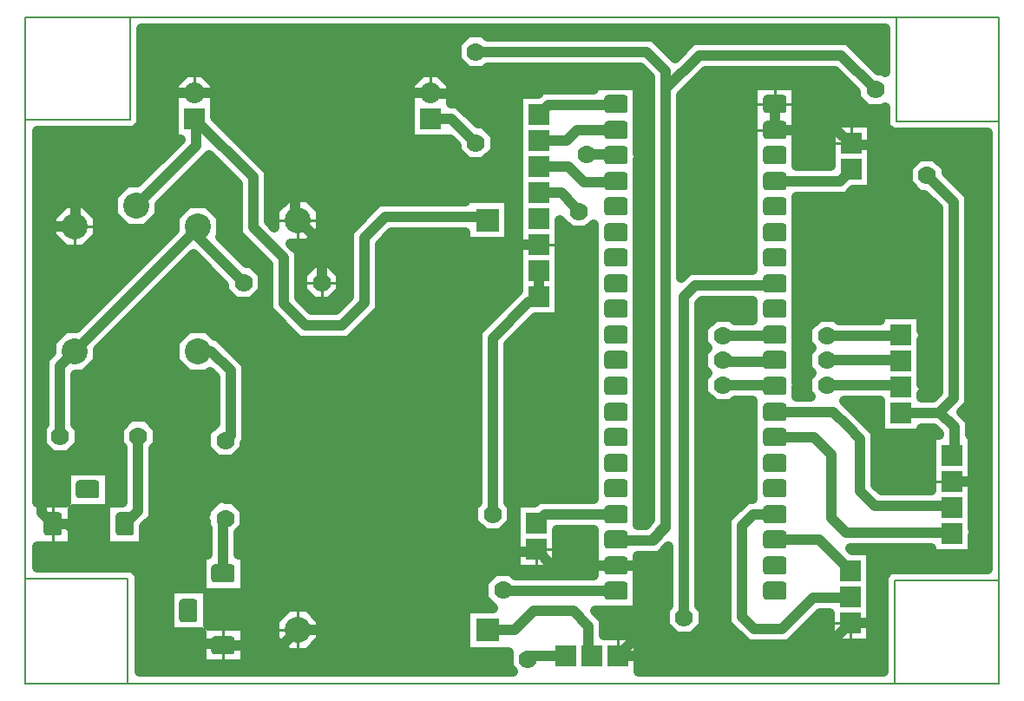
<source format=gbr>
G04 PROTEUS RS274X GERBER FILE*
%FSLAX45Y45*%
%MOMM*%
G01*
%ADD10C,1.016000*%
%ADD11C,1.778000*%
%ADD12C,0.254000*%
%AMPPAD003*
4,1,36,
-0.584200,1.143000,
0.584200,1.143000,
0.646520,1.136940,
0.704160,1.119490,
0.755980,1.091770,
0.800890,1.054890,
0.837760,1.009980,
0.865480,0.958160,
0.882930,0.900520,
0.889000,0.838200,
0.889000,-0.838200,
0.882930,-0.900520,
0.865480,-0.958160,
0.837760,-1.009980,
0.800890,-1.054890,
0.755980,-1.091770,
0.704160,-1.119490,
0.646520,-1.136940,
0.584200,-1.143000,
-0.584200,-1.143000,
-0.646520,-1.136940,
-0.704160,-1.119490,
-0.755980,-1.091770,
-0.800890,-1.054890,
-0.837760,-1.009980,
-0.865480,-0.958160,
-0.882930,-0.900520,
-0.889000,-0.838200,
-0.889000,0.838200,
-0.882930,0.900520,
-0.865480,0.958160,
-0.837760,1.009980,
-0.800890,1.054890,
-0.755980,1.091770,
-0.704160,1.119490,
-0.646520,1.136940,
-0.584200,1.143000,
0*%
%ADD13PPAD003*%
%AMPPAD004*
4,1,36,
1.143000,0.584200,
1.143000,-0.584200,
1.136940,-0.646520,
1.119490,-0.704160,
1.091770,-0.755980,
1.054890,-0.800890,
1.009980,-0.837760,
0.958160,-0.865480,
0.900520,-0.882930,
0.838200,-0.889000,
-0.838200,-0.889000,
-0.900520,-0.882930,
-0.958160,-0.865480,
-1.009980,-0.837760,
-1.054890,-0.800890,
-1.091770,-0.755980,
-1.119490,-0.704160,
-1.136940,-0.646520,
-1.143000,-0.584200,
-1.143000,0.584200,
-1.136940,0.646520,
-1.119490,0.704160,
-1.091770,0.755980,
-1.054890,0.800890,
-1.009980,0.837760,
-0.958160,0.865480,
-0.900520,0.882930,
-0.838200,0.889000,
0.838200,0.889000,
0.900520,0.882930,
0.958160,0.865480,
1.009980,0.837760,
1.054890,0.800890,
1.091770,0.755980,
1.119490,0.704160,
1.136940,0.646520,
1.143000,0.584200,
0*%
%ADD14PPAD004*%
%ADD15C,2.540000*%
%ADD16C,2.032000*%
%ADD17R,2.032000X2.032000*%
%ADD18R,2.286000X2.286000*%
%ADD19C,0.203200*%
%TD.AperFunction*%
G36*
X+8408241Y+6408241D02*
X+8408241Y+5986045D01*
X+8391342Y+6002944D01*
X+8337460Y+6002944D01*
X+8042811Y+6297593D01*
X+6529810Y+6297593D01*
X+6355952Y+6123734D01*
X+6145257Y+6334429D01*
X+4529803Y+6334429D01*
X+4491703Y+6372529D01*
X+4333889Y+6372529D01*
X+4222297Y+6260937D01*
X+4222297Y+6103123D01*
X+4333889Y+5991531D01*
X+4491703Y+5991531D01*
X+4529803Y+6029631D01*
X+6019007Y+6029631D01*
X+6116155Y+5932483D01*
X+6116155Y+1616477D01*
X+6066875Y+1567197D01*
X+5995899Y+1567197D01*
X+5995899Y+5133410D01*
X+6019445Y+5166079D01*
X+5995899Y+5189625D01*
X+5995899Y+5860499D01*
X+5564101Y+5860499D01*
X+5564101Y+5812695D01*
X+5057171Y+5812695D01*
X+5017675Y+5773199D01*
X+4826801Y+5773199D01*
X+4826801Y+3851213D01*
X+4427601Y+3452013D01*
X+4427601Y+1785871D01*
X+4389501Y+1747771D01*
X+4389501Y+1589957D01*
X+4501093Y+1478365D01*
X+4658907Y+1478365D01*
X+4770499Y+1589957D01*
X+4770499Y+1747771D01*
X+4732399Y+1785871D01*
X+4732399Y+3325763D01*
X+4995437Y+3588801D01*
X+5233199Y+3588801D01*
X+5233199Y+4540802D01*
X+5341093Y+4432908D01*
X+5498907Y+4432908D01*
X+5564101Y+4498102D01*
X+5564101Y+1822399D01*
X+5026875Y+1822399D01*
X+4987675Y+1783199D01*
X+4796801Y+1783199D01*
X+4796801Y+1122801D01*
X+5203199Y+1122801D01*
X+5203199Y+1517601D01*
X+5564101Y+1517601D01*
X+5564101Y+1072399D01*
X+4802612Y+1072399D01*
X+4758241Y+1116770D01*
X+4600427Y+1116770D01*
X+4488835Y+1005178D01*
X+4488835Y+847364D01*
X+4580300Y+755899D01*
X+4314101Y+755899D01*
X+4314101Y+324101D01*
X+4730530Y+324101D01*
X+4730530Y+174386D01*
X+4773158Y+131758D01*
X+4770000Y+131758D01*
X+1131759Y+131759D01*
X+1131759Y+1086292D01*
X+1066292Y+1151759D01*
X+973708Y+1151759D01*
X+520000Y+1151758D01*
X+131759Y+1151759D01*
X+131759Y+1354101D01*
X+480499Y+1354101D01*
X+480499Y+1719501D01*
X+799501Y+1719501D01*
X+799501Y+1354101D01*
X+1180499Y+1354101D01*
X+1180499Y+1544975D01*
X+1270464Y+1634940D01*
X+1270464Y+2311058D01*
X+1310499Y+2351093D01*
X+1310499Y+2508907D01*
X+1198907Y+2620499D01*
X+1041093Y+2620499D01*
X+929501Y+2508907D01*
X+929501Y+2351093D01*
X+965666Y+2314928D01*
X+965666Y+1785899D01*
X+845899Y+1785899D01*
X+845899Y+2100499D01*
X+414101Y+2100499D01*
X+414101Y+1785899D01*
X+131759Y+1785899D01*
X+131759Y+5408241D01*
X+1086292Y+5408241D01*
X+1151759Y+5473708D01*
X+1151759Y+5566292D01*
X+1151758Y+6020000D01*
X+1151759Y+6408241D01*
X+4770000Y+6408242D01*
X+8408241Y+6408241D01*
G37*
%LPC*%
G36*
X+1971418Y+1818499D02*
X+2048907Y+1818499D01*
X+2160499Y+1706907D01*
X+2160499Y+1549093D01*
X+2102399Y+1490993D01*
X+2102399Y+1280499D01*
X+2165899Y+1280499D01*
X+2165899Y+899501D01*
X+1800499Y+899501D01*
X+1800499Y+580499D01*
X+2165899Y+580499D01*
X+2165899Y+199501D01*
X+1734101Y+199501D01*
X+1734101Y+514101D01*
X+1419501Y+514101D01*
X+1419501Y+945899D01*
X+1734101Y+945899D01*
X+1734101Y+1280499D01*
X+1797601Y+1280499D01*
X+1797601Y+1530993D01*
X+1779501Y+1549093D01*
X+1779501Y+1597064D01*
X+1742647Y+1633918D01*
X+1779501Y+1677508D01*
X+1779501Y+1706907D01*
X+1891093Y+1818499D01*
X+1898704Y+1818499D01*
X+1923643Y+1847996D01*
X+1971418Y+1818499D01*
G37*
G36*
X+1928599Y+4574689D02*
X+1928599Y+4385311D01*
X+1918406Y+4375118D01*
X+2173025Y+4120499D01*
X+2226907Y+4120499D01*
X+2338499Y+4008907D01*
X+2338499Y+3851093D01*
X+2226907Y+3739501D01*
X+2069093Y+3739501D01*
X+1957501Y+3851093D01*
X+1957501Y+3904975D01*
X+1659000Y+4203476D01*
X+728599Y+3273075D01*
X+728599Y+3165311D01*
X+594689Y+3031401D01*
X+510399Y+3031401D01*
X+510399Y+2547007D01*
X+548499Y+2508907D01*
X+548499Y+2351093D01*
X+436907Y+2239501D01*
X+279093Y+2239501D01*
X+167501Y+2351093D01*
X+167501Y+2508907D01*
X+205601Y+2547007D01*
X+205601Y+3181125D01*
X+271401Y+3246925D01*
X+271401Y+3354689D01*
X+405311Y+3488599D01*
X+513075Y+3488599D01*
X+1471401Y+4446925D01*
X+1471401Y+4574689D01*
X+1605311Y+4708599D01*
X+1794689Y+4708599D01*
X+1928599Y+4574689D01*
G37*
G36*
X+271401Y+4574689D02*
X+271401Y+4385311D01*
X+405311Y+4251401D01*
X+594689Y+4251401D01*
X+728599Y+4385311D01*
X+728599Y+4574689D01*
X+594689Y+4708599D01*
X+405311Y+4708599D01*
X+271401Y+4574689D01*
G37*
G36*
X+1873199Y+5864168D02*
X+1873199Y+5542325D01*
X+2393066Y+5022458D01*
X+2393066Y+4528514D01*
X+2451401Y+4470179D01*
X+2451401Y+4634689D01*
X+2585311Y+4768599D01*
X+2774689Y+4768599D01*
X+2908599Y+4634689D01*
X+2908599Y+4445311D01*
X+2774689Y+4311401D01*
X+2610179Y+4311401D01*
X+2689399Y+4232181D01*
X+2689399Y+3787681D01*
X+2811792Y+3665288D01*
X+3045375Y+3665288D01*
X+3174824Y+3794737D01*
X+3174824Y+4430348D01*
X+3466875Y+4722399D01*
X+4314101Y+4722399D01*
X+4314101Y+4755899D01*
X+4745899Y+4755899D01*
X+4745899Y+4324101D01*
X+4314101Y+4324101D01*
X+4314101Y+4417601D01*
X+3593125Y+4417601D01*
X+3479622Y+4304098D01*
X+3479622Y+3668487D01*
X+3171625Y+3360490D01*
X+2685542Y+3360490D01*
X+2384601Y+3661431D01*
X+2384601Y+4105931D01*
X+2088268Y+4402264D01*
X+2088268Y+4896208D01*
X+1810000Y+5174476D01*
X+1328599Y+4693075D01*
X+1328599Y+4585311D01*
X+1194689Y+4451401D01*
X+1005311Y+4451401D01*
X+871401Y+4585311D01*
X+871401Y+4774689D01*
X+1005311Y+4908599D01*
X+1113075Y+4908599D01*
X+1531141Y+5326665D01*
X+1531141Y+5326801D01*
X+1466801Y+5326801D01*
X+1466801Y+5864168D01*
X+1585832Y+5983199D01*
X+1754168Y+5983199D01*
X+1873199Y+5864168D01*
G37*
G36*
X+1870889Y+3412399D02*
X+1893125Y+3412399D01*
X+2172399Y+3133125D01*
X+2172399Y+2376875D01*
X+2160499Y+2364975D01*
X+2160499Y+2311093D01*
X+2048907Y+2199501D01*
X+1891093Y+2199501D01*
X+1779501Y+2311093D01*
X+1779501Y+2468907D01*
X+1867601Y+2557007D01*
X+1867601Y+3006875D01*
X+1818882Y+3055594D01*
X+1794689Y+3031401D01*
X+1605311Y+3031401D01*
X+1471401Y+3165311D01*
X+1471401Y+3354689D01*
X+1605311Y+3488599D01*
X+1794689Y+3488599D01*
X+1870889Y+3412399D01*
G37*
G36*
X+4173199Y+5864168D02*
X+4173199Y+5682399D01*
X+4237492Y+5682399D01*
X+4437821Y+5482070D01*
X+4491703Y+5482070D01*
X+4603295Y+5370478D01*
X+4603295Y+5212664D01*
X+4491703Y+5101072D01*
X+4333889Y+5101072D01*
X+4222297Y+5212664D01*
X+4222297Y+5266546D01*
X+4162042Y+5326801D01*
X+3766801Y+5326801D01*
X+3766801Y+5864168D01*
X+3885832Y+5983199D01*
X+4054168Y+5983199D01*
X+4173199Y+5864168D01*
G37*
G36*
X+2451401Y+634689D02*
X+2451401Y+445311D01*
X+2585311Y+311401D01*
X+2774689Y+311401D01*
X+2908599Y+445311D01*
X+2908599Y+634689D01*
X+2774689Y+768599D01*
X+2585311Y+768599D01*
X+2451401Y+634689D01*
G37*
G36*
X+2988907Y+4120499D02*
X+2831093Y+4120499D01*
X+2719501Y+4008907D01*
X+2719501Y+3851093D01*
X+2831093Y+3739501D01*
X+2988907Y+3739501D01*
X+3100499Y+3851093D01*
X+3100499Y+4008907D01*
X+2988907Y+4120499D01*
G37*
%LPD*%
G36*
X+8121936Y+5787420D02*
X+8121936Y+5733538D01*
X+8233528Y+5621946D01*
X+8391342Y+5621946D01*
X+8408241Y+5638845D01*
X+8408241Y+5453708D01*
X+8473708Y+5388241D01*
X+8566292Y+5388241D01*
X+9020000Y+5388242D01*
X+9408241Y+5388241D01*
X+9408241Y+1131759D01*
X+8453708Y+1131759D01*
X+8388241Y+1066292D01*
X+8388241Y+973708D01*
X+8388242Y+520000D01*
X+8388241Y+131759D01*
X+6003199Y+131759D01*
X+6003199Y+493199D01*
X+5665176Y+493199D01*
X+5665176Y+641625D01*
X+5577300Y+729501D01*
X+5995899Y+729501D01*
X+5995899Y+1262399D01*
X+6206882Y+1262399D01*
X+6294720Y+1350237D01*
X+6294720Y+777954D01*
X+6256620Y+739854D01*
X+6256620Y+582040D01*
X+6368212Y+470448D01*
X+6526026Y+470448D01*
X+6637618Y+582040D01*
X+6637618Y+739854D01*
X+6599518Y+777954D01*
X+6599518Y+3728397D01*
X+6619997Y+3748876D01*
X+7114101Y+3748876D01*
X+7114101Y+3562399D01*
X+6941007Y+3562399D01*
X+6902907Y+3600499D01*
X+6745093Y+3600499D01*
X+6633501Y+3488907D01*
X+6633501Y+3331093D01*
X+6674594Y+3290000D01*
X+6633501Y+3248907D01*
X+6633501Y+3091093D01*
X+6674594Y+3050000D01*
X+6633501Y+3008907D01*
X+6633501Y+2851093D01*
X+6745093Y+2739501D01*
X+6902907Y+2739501D01*
X+6941007Y+2777601D01*
X+7114101Y+2777601D01*
X+7114101Y+1822399D01*
X+7059062Y+1822399D01*
X+6860639Y+1623976D01*
X+6860639Y+603837D01*
X+7066875Y+397601D01*
X+7467013Y+397601D01*
X+7772310Y+702898D01*
X+7866801Y+702898D01*
X+7866801Y+406801D01*
X+8273199Y+406801D01*
X+8273199Y+1321199D01*
X+8082325Y+1321199D01*
X+8068516Y+1335008D01*
X+8856801Y+1335008D01*
X+8856801Y+1276801D01*
X+9263199Y+1276801D01*
X+9263199Y+1465746D01*
X+9283584Y+1511603D01*
X+9263199Y+1531988D01*
X+9263199Y+2445199D01*
X+9235068Y+2445199D01*
X+9235068Y+2582862D01*
X+9153940Y+2663990D01*
X+9228645Y+2738694D01*
X+9228645Y+4779253D01*
X+9006041Y+5001857D01*
X+9006041Y+5055739D01*
X+8894449Y+5167331D01*
X+8736635Y+5167331D01*
X+8625043Y+5055739D01*
X+8625043Y+4897925D01*
X+8736635Y+4786333D01*
X+8790517Y+4786333D01*
X+8923847Y+4653003D01*
X+8923847Y+2864944D01*
X+8869302Y+2810399D01*
X+8763199Y+2810399D01*
X+8763199Y+2841820D01*
X+8806331Y+2893436D01*
X+8763199Y+2936568D01*
X+8763199Y+3146161D01*
X+8779665Y+3162627D01*
X+8763199Y+3184168D01*
X+8763199Y+3373106D01*
X+8797394Y+3431538D01*
X+8763199Y+3465733D01*
X+8763199Y+3623199D01*
X+8356801Y+3623199D01*
X+8356801Y+3562399D01*
X+7957007Y+3562399D01*
X+7918907Y+3600499D01*
X+7761093Y+3600499D01*
X+7649501Y+3488907D01*
X+7649501Y+3331093D01*
X+7690594Y+3290000D01*
X+7649501Y+3248907D01*
X+7649501Y+3091093D01*
X+7690594Y+3050000D01*
X+7649501Y+3008907D01*
X+7649501Y+2851093D01*
X+7678195Y+2822399D01*
X+7545899Y+2822399D01*
X+7545899Y+2910375D01*
X+7565379Y+2929855D01*
X+7545899Y+2953618D01*
X+7545899Y+4767601D01*
X+8031555Y+4767601D01*
X+8096923Y+4832969D01*
X+8100531Y+4836801D01*
X+8283199Y+4836801D01*
X+8283199Y+5497199D01*
X+7876801Y+5497199D01*
X+7876801Y+5072399D01*
X+7545899Y+5072399D01*
X+7545899Y+5860499D01*
X+7114101Y+5860499D01*
X+7114101Y+4053674D01*
X+6493747Y+4053674D01*
X+6420953Y+3980880D01*
X+6420953Y+5757688D01*
X+6656060Y+5992795D01*
X+7916561Y+5992795D01*
X+8121936Y+5787420D01*
G37*
G36*
X+8356801Y+2708801D02*
X+8356801Y+2454801D01*
X+8763199Y+2454801D01*
X+8763199Y+2505601D01*
X+8881281Y+2505601D01*
X+8930270Y+2456612D01*
X+8930270Y+2445199D01*
X+8856801Y+2445199D01*
X+8856801Y+1902399D01*
X+8372374Y+1902399D01*
X+8318415Y+1956358D01*
X+8318415Y+2467222D01*
X+8008036Y+2777601D01*
X+8356801Y+2777601D01*
X+8356801Y+2708801D01*
G37*
D10*
X+990000Y+1570000D02*
X+1118065Y+1698065D01*
X+1118065Y+2341100D01*
X+1120000Y+2430000D01*
X+358000Y+2430000D02*
X+358000Y+3118000D01*
X+500000Y+3260000D01*
X+1100000Y+4680000D02*
X+1683540Y+5263540D01*
X+1683540Y+5428400D01*
X+1670000Y+5530000D01*
X+1670000Y+5780000D02*
X+1370000Y+5780000D01*
X+1320000Y+5730000D01*
X+1320000Y+5398795D01*
X+1062445Y+5141240D01*
X+645292Y+5141240D01*
X+510876Y+5006824D01*
X+510876Y+4450620D01*
X+506241Y+4445985D01*
X+500000Y+4480000D01*
X+1700000Y+3260000D02*
X+1830000Y+3260000D01*
X+2020000Y+3070000D01*
X+2020000Y+2440000D01*
X+1970000Y+2390000D01*
X+1950000Y+1090000D02*
X+1950000Y+1642089D01*
X+1949524Y+1642565D01*
X+1970000Y+1628000D01*
X+290000Y+1570000D02*
X+174047Y+1685953D01*
X+174047Y+4395032D01*
X+242360Y+4463345D01*
X+259015Y+4480000D01*
X+500000Y+4480000D01*
X+290000Y+1570000D02*
X+435173Y+1570000D01*
X+739192Y+1265981D01*
X+1115833Y+1265981D01*
X+1252794Y+1129020D01*
X+1252794Y+534485D01*
X+1383529Y+403750D01*
X+1936250Y+403750D01*
X+1950000Y+390000D01*
X+1700000Y+4480000D02*
X+1700000Y+4460000D01*
X+1700000Y+4378000D01*
X+2148000Y+3930000D01*
X+1700000Y+4460000D02*
X+500000Y+3260000D01*
X+2910000Y+3930000D02*
X+2910000Y+4318815D01*
X+2807000Y+4421815D01*
X+2680000Y+4540000D01*
X+1950000Y+390000D02*
X+2530000Y+390000D01*
X+2553000Y+413000D01*
X+2680000Y+540000D01*
X+1670000Y+5530000D02*
X+2240667Y+4959333D01*
X+2240667Y+4465389D01*
X+2537000Y+4169056D01*
X+2537000Y+3922112D01*
X+2537000Y+3724556D01*
X+2748667Y+3512889D01*
X+3108500Y+3512889D01*
X+3327223Y+3731612D01*
X+3327223Y+4367223D01*
X+3530000Y+4570000D01*
X+4500000Y+4570000D01*
X+4530000Y+4540000D01*
X+3970000Y+5780000D02*
X+1960779Y+5780000D01*
X+1670000Y+5780000D01*
X+1960779Y+5780000D02*
X+2652945Y+5087834D01*
X+2652945Y+4567055D01*
X+2680000Y+4540000D01*
X+4530000Y+540000D02*
X+4789888Y+540000D01*
X+4976555Y+726667D01*
X+5364610Y+726667D01*
X+5512777Y+578500D01*
X+5512777Y+323223D01*
X+5546000Y+290000D01*
X+5000000Y+1326000D02*
X+5156000Y+1170000D01*
X+5780000Y+1170000D01*
X+5000000Y+1580000D02*
X+5090000Y+1670000D01*
X+5780000Y+1670000D01*
X+5030000Y+5570000D02*
X+5120296Y+5660296D01*
X+5665700Y+5660296D01*
X+5780000Y+5670000D01*
X+5030000Y+5316000D02*
X+5301074Y+5316000D01*
X+5405481Y+5420407D01*
X+5767666Y+5420407D01*
X+5795888Y+5392185D01*
X+5780000Y+5420000D01*
X+5030000Y+5062000D02*
X+5317036Y+5062000D01*
X+5405481Y+4973555D01*
X+5466629Y+4912407D01*
X+5665700Y+4912407D01*
X+5780000Y+4920000D01*
X+8070000Y+1118000D02*
X+7768000Y+1420000D01*
X+7330000Y+1420000D01*
X+5800000Y+290000D02*
X+6156963Y+646963D01*
X+6156963Y+1034037D01*
X+6021000Y+1170000D01*
X+5894300Y+1170000D01*
X+5780000Y+1170000D01*
X+8070000Y+610000D02*
X+7750000Y+290000D01*
X+5800000Y+290000D01*
X+7330000Y+1670000D02*
X+7122187Y+1670000D01*
X+7013038Y+1560851D01*
X+7013038Y+666962D01*
X+7130000Y+550000D01*
X+7403888Y+550000D01*
X+7671555Y+817667D01*
X+7709185Y+855297D01*
X+7968400Y+855297D01*
X+8070000Y+864000D01*
X+5030000Y+3792000D02*
X+5030000Y+4046000D01*
X+5780000Y+920000D02*
X+4685605Y+920000D01*
X+4679334Y+926271D01*
X+4580000Y+1668864D02*
X+4580000Y+3388888D01*
X+4928400Y+3737288D01*
X+5030000Y+3792000D01*
X+7330000Y+5420000D02*
X+7330000Y+5670000D01*
X+7330000Y+5420000D02*
X+7930000Y+5420000D01*
X+7978400Y+5371600D01*
X+8080000Y+5294000D01*
X+7330000Y+4920000D02*
X+7968430Y+4920000D01*
X+7986830Y+4938400D01*
X+8080000Y+5040000D01*
X+5030000Y+4300000D02*
X+4829309Y+4300000D01*
X+4810000Y+4300000D01*
X+4250000Y+3740000D01*
X+4250000Y+1417944D01*
X+4362722Y+1305222D01*
X+4979222Y+1305222D01*
X+5000000Y+1326000D01*
X+4829309Y+4300000D02*
X+4766593Y+4362716D01*
X+4766593Y+5620172D01*
X+4609803Y+5776962D01*
X+4603532Y+5770691D01*
X+4071600Y+5770691D01*
X+3970000Y+5780000D01*
X+2680000Y+540000D02*
X+3740000Y+540000D01*
X+4214555Y+1014555D01*
X+4214555Y+1157055D01*
X+4362722Y+1305222D01*
X+8070000Y+610000D02*
X+8251955Y+610000D01*
X+8342632Y+700677D01*
X+8342632Y+1130377D01*
X+8433346Y+1221091D01*
X+9278421Y+1221091D01*
X+9354812Y+1297482D01*
X+9354812Y+2113910D01*
X+9354812Y+5145000D01*
X+9230000Y+5269812D01*
X+8181600Y+5269812D01*
X+8104188Y+5269812D01*
X+8080000Y+5294000D01*
X+9060000Y+1988000D02*
X+9228902Y+1988000D01*
X+9354812Y+2113910D01*
X+9354812Y+5145000D02*
X+9354812Y+5169548D01*
X+9254548Y+5269812D01*
X+9230000Y+5269812D01*
X+8181600Y+5269812D02*
X+8080000Y+5294000D01*
X+7330000Y+2420000D02*
X+7715639Y+2420000D01*
X+7884324Y+2251315D01*
X+7884324Y+1630640D01*
X+8027557Y+1487407D01*
X+9092256Y+1487407D01*
X+9101805Y+1477858D01*
X+9060000Y+1480000D01*
X+7330000Y+2670000D02*
X+7900113Y+2670000D01*
X+8041880Y+2528233D01*
X+8166016Y+2404097D01*
X+8166016Y+1893233D01*
X+8309249Y+1750000D01*
X+8958400Y+1750000D01*
X+9060000Y+1734000D01*
X+7840000Y+2930000D02*
X+8554243Y+2930000D01*
X+8600025Y+2884218D01*
X+8560000Y+2912000D01*
X+7840000Y+3170000D02*
X+8571514Y+3170000D01*
X+8577575Y+3176061D01*
X+8560000Y+3166000D01*
X+7840000Y+3410000D02*
X+8603408Y+3410000D01*
X+8606439Y+3406969D01*
X+8560000Y+3420000D01*
X+6824000Y+3410000D02*
X+7333056Y+3410000D01*
X+7349268Y+3426212D01*
X+7330000Y+3420000D01*
X+6824000Y+3170000D02*
X+6837181Y+3156819D01*
X+7215700Y+3156819D01*
X+7330000Y+3170000D01*
X+6824000Y+2930000D02*
X+7350000Y+2930000D01*
X+7360000Y+2940000D01*
X+7330000Y+2920000D01*
X+3970000Y+5530000D02*
X+4174367Y+5530000D01*
X+4412796Y+5291571D01*
X+8560000Y+2658000D02*
X+8932427Y+2658000D01*
X+9076246Y+2801819D01*
X+9076246Y+4716128D01*
X+8815542Y+4976832D01*
X+8312435Y+5812445D02*
X+7979686Y+6145194D01*
X+6592935Y+6145194D01*
X+6268554Y+5820813D01*
X+6268554Y+1553352D01*
X+6130000Y+1414798D01*
X+5785202Y+1414798D01*
X+5784798Y+1414798D01*
X+5770000Y+1400000D01*
X+5780000Y+1420000D01*
X+8932427Y+2658000D02*
X+8944406Y+2658000D01*
X+9082669Y+2519737D01*
X+9082669Y+2343600D01*
X+9060000Y+2242000D01*
X+4412796Y+6182030D02*
X+6082132Y+6182030D01*
X+6268554Y+5995608D01*
X+6268554Y+5820813D01*
X+6268554Y+1553352D02*
X+6268554Y+1539595D01*
X+6143757Y+1414798D01*
X+6130000Y+1414798D01*
X+5785202Y+1414798D02*
X+5780000Y+1420000D01*
X+5292000Y+290000D02*
X+4957736Y+290000D01*
X+4921029Y+253293D01*
X+6447119Y+660947D02*
X+6447119Y+3791522D01*
X+6556872Y+3901275D01*
X+7361728Y+3901275D01*
X+7372181Y+3911728D01*
X+7330000Y+3920000D01*
X+5030000Y+4808000D02*
X+5245874Y+4808000D01*
X+5378132Y+4675742D01*
X+5420000Y+4633874D01*
X+5420000Y+4623407D01*
X+5496758Y+5181648D02*
X+5788352Y+5181648D01*
X+5820000Y+5150000D01*
X+5780000Y+5170000D01*
D11*
X+4679334Y+926271D03*
X+4580000Y+1668864D03*
X+4412796Y+5291571D03*
X+4412796Y+6182030D03*
X+8815542Y+4976832D03*
X+8312435Y+5812445D03*
X+4921029Y+253293D03*
X+6447119Y+660947D03*
X+5420000Y+4623407D03*
X+5496758Y+5181648D03*
D10*
X+8408241Y+6408241D02*
X+8408241Y+5986045D01*
X+8391342Y+6002944D01*
X+8337460Y+6002944D01*
X+8042811Y+6297593D01*
X+6529810Y+6297593D01*
X+6355952Y+6123734D01*
X+6145257Y+6334429D01*
X+4529803Y+6334429D01*
X+4491703Y+6372529D01*
X+4333889Y+6372529D01*
X+4222297Y+6260937D01*
X+4222297Y+6103123D01*
X+4333889Y+5991531D01*
X+4491703Y+5991531D01*
X+4529803Y+6029631D01*
X+6019007Y+6029631D01*
X+6116155Y+5932483D01*
X+6116155Y+1616477D01*
X+6066875Y+1567197D01*
X+5995899Y+1567197D01*
X+5995899Y+5133410D01*
X+6019445Y+5166079D01*
X+5995899Y+5189625D01*
X+5995899Y+5860499D01*
X+5564101Y+5860499D01*
X+5564101Y+5812695D01*
X+5057171Y+5812695D01*
X+5017675Y+5773199D01*
X+4826801Y+5773199D01*
X+4826801Y+3851213D01*
X+4427601Y+3452013D01*
X+4427601Y+1785871D01*
X+4389501Y+1747771D01*
X+4389501Y+1589957D01*
X+4501093Y+1478365D01*
X+4658907Y+1478365D01*
X+4770499Y+1589957D01*
X+4770499Y+1747771D01*
X+4732399Y+1785871D01*
X+4732399Y+3325763D01*
X+4995437Y+3588801D01*
X+5233199Y+3588801D01*
X+5233199Y+4540802D01*
X+5341093Y+4432908D01*
X+5498907Y+4432908D01*
X+5564101Y+4498102D01*
X+5564101Y+1822399D01*
X+5026875Y+1822399D01*
X+4987675Y+1783199D01*
X+4796801Y+1783199D01*
X+4796801Y+1122801D01*
X+5203199Y+1122801D01*
X+5203199Y+1517601D01*
X+5564101Y+1517601D01*
X+5564101Y+1072399D01*
X+4802612Y+1072399D01*
X+4758241Y+1116770D01*
X+4600427Y+1116770D01*
X+4488835Y+1005178D01*
X+4488835Y+847364D01*
X+4580300Y+755899D01*
X+4314101Y+755899D01*
X+4314101Y+324101D01*
X+4730530Y+324101D01*
X+4730530Y+174386D01*
X+4773158Y+131758D01*
X+4770000Y+131758D01*
X+1131759Y+131759D01*
X+1131759Y+1086292D01*
X+1066292Y+1151759D01*
X+973708Y+1151759D01*
X+520000Y+1151758D01*
X+131759Y+1151759D01*
X+131759Y+1354101D01*
X+480499Y+1354101D01*
X+480499Y+1719501D01*
X+799501Y+1719501D01*
X+799501Y+1354101D01*
X+1180499Y+1354101D01*
X+1180499Y+1544975D01*
X+1270464Y+1634940D01*
X+1270464Y+2311058D01*
X+1310499Y+2351093D01*
X+1310499Y+2508907D01*
X+1198907Y+2620499D01*
X+1041093Y+2620499D01*
X+929501Y+2508907D01*
X+929501Y+2351093D01*
X+965666Y+2314928D01*
X+965666Y+1785899D01*
X+845899Y+1785899D01*
X+845899Y+2100499D01*
X+414101Y+2100499D01*
X+414101Y+1785899D01*
X+131759Y+1785899D01*
X+131759Y+5408241D01*
X+1086292Y+5408241D01*
X+1151759Y+5473708D01*
X+1151759Y+5566292D01*
X+1151758Y+6020000D01*
X+1151759Y+6408241D01*
X+4770000Y+6408242D01*
X+8408241Y+6408241D01*
X+1971418Y+1818499D02*
X+2048907Y+1818499D01*
X+2160499Y+1706907D01*
X+2160499Y+1549093D01*
X+2102399Y+1490993D01*
X+2102399Y+1280499D01*
X+2165899Y+1280499D01*
X+2165899Y+899501D01*
X+1800499Y+899501D01*
X+1800499Y+580499D01*
X+2165899Y+580499D01*
X+2165899Y+199501D01*
X+1734101Y+199501D01*
X+1734101Y+514101D01*
X+1419501Y+514101D01*
X+1419501Y+945899D01*
X+1734101Y+945899D01*
X+1734101Y+1280499D01*
X+1797601Y+1280499D01*
X+1797601Y+1530993D01*
X+1779501Y+1549093D01*
X+1779501Y+1597064D01*
X+1742647Y+1633918D01*
X+1779501Y+1677508D01*
X+1779501Y+1706907D01*
X+1891093Y+1818499D01*
X+1898704Y+1818499D01*
X+1923643Y+1847996D01*
X+1971418Y+1818499D01*
X+1928599Y+4574689D02*
X+1928599Y+4385311D01*
X+1918406Y+4375118D01*
X+2173025Y+4120499D01*
X+2226907Y+4120499D01*
X+2338499Y+4008907D01*
X+2338499Y+3851093D01*
X+2226907Y+3739501D01*
X+2069093Y+3739501D01*
X+1957501Y+3851093D01*
X+1957501Y+3904975D01*
X+1659000Y+4203476D01*
X+728599Y+3273075D01*
X+728599Y+3165311D01*
X+594689Y+3031401D01*
X+510399Y+3031401D01*
X+510399Y+2547007D01*
X+548499Y+2508907D01*
X+548499Y+2351093D01*
X+436907Y+2239501D01*
X+279093Y+2239501D01*
X+167501Y+2351093D01*
X+167501Y+2508907D01*
X+205601Y+2547007D01*
X+205601Y+3181125D01*
X+271401Y+3246925D01*
X+271401Y+3354689D01*
X+405311Y+3488599D01*
X+513075Y+3488599D01*
X+1471401Y+4446925D01*
X+1471401Y+4574689D01*
X+1605311Y+4708599D01*
X+1794689Y+4708599D01*
X+1928599Y+4574689D01*
X+271401Y+4574689D02*
X+271401Y+4385311D01*
X+405311Y+4251401D01*
X+594689Y+4251401D01*
X+728599Y+4385311D01*
X+728599Y+4574689D01*
X+594689Y+4708599D01*
X+405311Y+4708599D01*
X+271401Y+4574689D01*
X+1873199Y+5864168D02*
X+1873199Y+5542325D01*
X+2393066Y+5022458D01*
X+2393066Y+4528514D01*
X+2451401Y+4470179D01*
X+2451401Y+4634689D01*
X+2585311Y+4768599D01*
X+2774689Y+4768599D01*
X+2908599Y+4634689D01*
X+2908599Y+4445311D01*
X+2774689Y+4311401D01*
X+2610179Y+4311401D01*
X+2689399Y+4232181D01*
X+2689399Y+3787681D01*
X+2811792Y+3665288D01*
X+3045375Y+3665288D01*
X+3174824Y+3794737D01*
X+3174824Y+4430348D01*
X+3466875Y+4722399D01*
X+4314101Y+4722399D01*
X+4314101Y+4755899D01*
X+4745899Y+4755899D01*
X+4745899Y+4324101D01*
X+4314101Y+4324101D01*
X+4314101Y+4417601D01*
X+3593125Y+4417601D01*
X+3479622Y+4304098D01*
X+3479622Y+3668487D01*
X+3171625Y+3360490D01*
X+2685542Y+3360490D01*
X+2384601Y+3661431D01*
X+2384601Y+4105931D01*
X+2088268Y+4402264D01*
X+2088268Y+4896208D01*
X+1810000Y+5174476D01*
X+1328599Y+4693075D01*
X+1328599Y+4585311D01*
X+1194689Y+4451401D01*
X+1005311Y+4451401D01*
X+871401Y+4585311D01*
X+871401Y+4774689D01*
X+1005311Y+4908599D01*
X+1113075Y+4908599D01*
X+1531141Y+5326665D01*
X+1531141Y+5326801D01*
X+1466801Y+5326801D01*
X+1466801Y+5864168D01*
X+1585832Y+5983199D01*
X+1754168Y+5983199D01*
X+1873199Y+5864168D01*
X+1870889Y+3412399D02*
X+1893125Y+3412399D01*
X+2172399Y+3133125D01*
X+2172399Y+2376875D01*
X+2160499Y+2364975D01*
X+2160499Y+2311093D01*
X+2048907Y+2199501D01*
X+1891093Y+2199501D01*
X+1779501Y+2311093D01*
X+1779501Y+2468907D01*
X+1867601Y+2557007D01*
X+1867601Y+3006875D01*
X+1818882Y+3055594D01*
X+1794689Y+3031401D01*
X+1605311Y+3031401D01*
X+1471401Y+3165311D01*
X+1471401Y+3354689D01*
X+1605311Y+3488599D01*
X+1794689Y+3488599D01*
X+1870889Y+3412399D01*
X+4173199Y+5864168D02*
X+4173199Y+5682399D01*
X+4237492Y+5682399D01*
X+4437821Y+5482070D01*
X+4491703Y+5482070D01*
X+4603295Y+5370478D01*
X+4603295Y+5212664D01*
X+4491703Y+5101072D01*
X+4333889Y+5101072D01*
X+4222297Y+5212664D01*
X+4222297Y+5266546D01*
X+4162042Y+5326801D01*
X+3766801Y+5326801D01*
X+3766801Y+5864168D01*
X+3885832Y+5983199D01*
X+4054168Y+5983199D01*
X+4173199Y+5864168D01*
X+2451401Y+634689D02*
X+2451401Y+445311D01*
X+2585311Y+311401D01*
X+2774689Y+311401D01*
X+2908599Y+445311D01*
X+2908599Y+634689D01*
X+2774689Y+768599D01*
X+2585311Y+768599D01*
X+2451401Y+634689D01*
X+2988907Y+4120499D02*
X+2831093Y+4120499D01*
X+2719501Y+4008907D01*
X+2719501Y+3851093D01*
X+2831093Y+3739501D01*
X+2988907Y+3739501D01*
X+3100499Y+3851093D01*
X+3100499Y+4008907D01*
X+2988907Y+4120499D01*
X+8121936Y+5787420D02*
X+8121936Y+5733538D01*
X+8233528Y+5621946D01*
X+8391342Y+5621946D01*
X+8408241Y+5638845D01*
X+8408241Y+5453708D01*
X+8473708Y+5388241D01*
X+8566292Y+5388241D01*
X+9020000Y+5388242D01*
X+9408241Y+5388241D01*
X+9408241Y+1131759D01*
X+8453708Y+1131759D01*
X+8388241Y+1066292D01*
X+8388241Y+973708D01*
X+8388242Y+520000D01*
X+8388241Y+131759D01*
X+6003199Y+131759D01*
X+6003199Y+493199D01*
X+5665176Y+493199D01*
X+5665176Y+641625D01*
X+5577300Y+729501D01*
X+5995899Y+729501D01*
X+5995899Y+1262399D01*
X+6206882Y+1262399D01*
X+6294720Y+1350237D01*
X+6294720Y+777954D01*
X+6256620Y+739854D01*
X+6256620Y+582040D01*
X+6368212Y+470448D01*
X+6526026Y+470448D01*
X+6637618Y+582040D01*
X+6637618Y+739854D01*
X+6599518Y+777954D01*
X+6599518Y+3728397D01*
X+6619997Y+3748876D01*
X+7114101Y+3748876D01*
X+7114101Y+3562399D01*
X+6941007Y+3562399D01*
X+6902907Y+3600499D01*
X+6745093Y+3600499D01*
X+6633501Y+3488907D01*
X+6633501Y+3331093D01*
X+6674594Y+3290000D01*
X+6633501Y+3248907D01*
X+6633501Y+3091093D01*
X+6674594Y+3050000D01*
X+6633501Y+3008907D01*
X+6633501Y+2851093D01*
X+6745093Y+2739501D01*
X+6902907Y+2739501D01*
X+6941007Y+2777601D01*
X+7114101Y+2777601D01*
X+7114101Y+1822399D01*
X+7059062Y+1822399D01*
X+6860639Y+1623976D01*
X+6860639Y+603837D01*
X+7066875Y+397601D01*
X+7467013Y+397601D01*
X+7772310Y+702898D01*
X+7866801Y+702898D01*
X+7866801Y+406801D01*
X+8273199Y+406801D01*
X+8273199Y+1321199D01*
X+8082325Y+1321199D01*
X+8068516Y+1335008D01*
X+8856801Y+1335008D01*
X+8856801Y+1276801D01*
X+9263199Y+1276801D01*
X+9263199Y+1465746D01*
X+9283584Y+1511603D01*
X+9263199Y+1531988D01*
X+9263199Y+2445199D01*
X+9235068Y+2445199D01*
X+9235068Y+2582862D01*
X+9153940Y+2663990D01*
X+9228645Y+2738694D01*
X+9228645Y+4779253D01*
X+9006041Y+5001857D01*
X+9006041Y+5055739D01*
X+8894449Y+5167331D01*
X+8736635Y+5167331D01*
X+8625043Y+5055739D01*
X+8625043Y+4897925D01*
X+8736635Y+4786333D01*
X+8790517Y+4786333D01*
X+8923847Y+4653003D01*
X+8923847Y+2864944D01*
X+8869302Y+2810399D01*
X+8763199Y+2810399D01*
X+8763199Y+2841820D01*
X+8806331Y+2893436D01*
X+8763199Y+2936568D01*
X+8763199Y+3146161D01*
X+8779665Y+3162627D01*
X+8763199Y+3184168D01*
X+8763199Y+3373106D01*
X+8797394Y+3431538D01*
X+8763199Y+3465733D01*
X+8763199Y+3623199D01*
X+8356801Y+3623199D01*
X+8356801Y+3562399D01*
X+7957007Y+3562399D01*
X+7918907Y+3600499D01*
X+7761093Y+3600499D01*
X+7649501Y+3488907D01*
X+7649501Y+3331093D01*
X+7690594Y+3290000D01*
X+7649501Y+3248907D01*
X+7649501Y+3091093D01*
X+7690594Y+3050000D01*
X+7649501Y+3008907D01*
X+7649501Y+2851093D01*
X+7678195Y+2822399D01*
X+7545899Y+2822399D01*
X+7545899Y+2910375D01*
X+7565379Y+2929855D01*
X+7545899Y+2953618D01*
X+7545899Y+4767601D01*
X+8031555Y+4767601D01*
X+8096923Y+4832969D01*
X+8100531Y+4836801D01*
X+8283199Y+4836801D01*
X+8283199Y+5497199D01*
X+7876801Y+5497199D01*
X+7876801Y+5072399D01*
X+7545899Y+5072399D01*
X+7545899Y+5860499D01*
X+7114101Y+5860499D01*
X+7114101Y+4053674D01*
X+6493747Y+4053674D01*
X+6420953Y+3980880D01*
X+6420953Y+5757688D01*
X+6656060Y+5992795D01*
X+7916561Y+5992795D01*
X+8121936Y+5787420D01*
X+8356801Y+2708801D02*
X+8356801Y+2454801D01*
X+8763199Y+2454801D01*
X+8763199Y+2505601D01*
X+8881281Y+2505601D01*
X+8930270Y+2456612D01*
X+8930270Y+2445199D01*
X+8856801Y+2445199D01*
X+8856801Y+1902399D01*
X+8372374Y+1902399D01*
X+8318415Y+1956358D01*
X+8318415Y+2467222D01*
X+8008036Y+2777601D01*
X+8356801Y+2777601D01*
X+8356801Y+2708801D01*
D12*
X+480499Y+1570000D02*
X+290000Y+1570000D01*
X+290000Y+1354101D02*
X+290000Y+1570000D01*
X+290000Y+1785899D02*
X+290000Y+1570000D01*
X+1950000Y+199501D02*
X+1950000Y+390000D01*
X+1950000Y+580499D02*
X+1950000Y+390000D01*
X+2165899Y+390000D02*
X+1950000Y+390000D01*
X+1734101Y+390000D02*
X+1950000Y+390000D01*
X+500000Y+4708599D02*
X+500000Y+4480000D01*
X+500000Y+4251401D02*
X+500000Y+4480000D01*
X+271401Y+4480000D02*
X+500000Y+4480000D01*
X+728599Y+4480000D02*
X+500000Y+4480000D01*
X+1873199Y+5780000D02*
X+1670000Y+5780000D01*
X+1466801Y+5780000D02*
X+1670000Y+5780000D01*
X+1670000Y+5983199D02*
X+1670000Y+5780000D01*
X+4173199Y+5780000D02*
X+3970000Y+5780000D01*
X+3766801Y+5780000D02*
X+3970000Y+5780000D01*
X+3970000Y+5983199D02*
X+3970000Y+5780000D01*
X+2680000Y+4768599D02*
X+2680000Y+4540000D01*
X+2680000Y+4311401D02*
X+2680000Y+4540000D01*
X+2451401Y+4540000D02*
X+2680000Y+4540000D01*
X+2908599Y+4540000D02*
X+2680000Y+4540000D01*
X+2680000Y+768599D02*
X+2680000Y+540000D01*
X+2680000Y+311401D02*
X+2680000Y+540000D01*
X+2451401Y+540000D02*
X+2680000Y+540000D01*
X+2908599Y+540000D02*
X+2680000Y+540000D01*
X+3100499Y+3930000D02*
X+2910000Y+3930000D01*
X+2719501Y+3930000D02*
X+2910000Y+3930000D01*
X+2910000Y+4120499D02*
X+2910000Y+3930000D01*
X+2910000Y+3739501D02*
X+2910000Y+3930000D01*
X+7545899Y+5420000D02*
X+7330000Y+5420000D01*
X+7114101Y+5420000D02*
X+7330000Y+5420000D01*
X+7330000Y+5860499D02*
X+7330000Y+5670000D01*
X+7545899Y+5670000D02*
X+7330000Y+5670000D01*
X+7114101Y+5670000D02*
X+7330000Y+5670000D01*
X+5995899Y+1170000D02*
X+5780000Y+1170000D01*
X+5564101Y+1170000D02*
X+5780000Y+1170000D01*
X+8070000Y+406801D02*
X+8070000Y+610000D01*
X+8273199Y+610000D02*
X+8070000Y+610000D01*
X+7866801Y+610000D02*
X+8070000Y+610000D01*
X+8856801Y+1988000D02*
X+9060000Y+1988000D01*
X+9263199Y+1988000D02*
X+9060000Y+1988000D01*
X+6003199Y+290000D02*
X+5800000Y+290000D01*
X+5800000Y+493199D02*
X+5800000Y+290000D01*
X+4826801Y+4300000D02*
X+5030000Y+4300000D01*
X+5233199Y+4300000D02*
X+5030000Y+4300000D01*
X+8080000Y+5497199D02*
X+8080000Y+5294000D01*
X+7876801Y+5294000D02*
X+8080000Y+5294000D01*
X+8283199Y+5294000D02*
X+8080000Y+5294000D01*
X+5000000Y+1122801D02*
X+5000000Y+1326000D01*
X+4796801Y+1326000D02*
X+5000000Y+1326000D01*
X+5203199Y+1326000D02*
X+5000000Y+1326000D01*
D13*
X+990000Y+1570000D03*
X+290000Y+1570000D03*
D14*
X+630000Y+1910000D03*
X+1950000Y+1090000D03*
X+1950000Y+390000D03*
D13*
X+1610000Y+730000D03*
D15*
X+1700000Y+4480000D03*
X+500000Y+4480000D03*
X+1100000Y+4680000D03*
X+1700000Y+3260000D03*
X+500000Y+3260000D03*
D11*
X+1120000Y+2430000D03*
X+358000Y+2430000D03*
D16*
X+1670000Y+5780000D03*
D17*
X+1670000Y+5530000D03*
D16*
X+3970000Y+5780000D03*
D17*
X+3970000Y+5530000D03*
D18*
X+4530000Y+4540000D03*
D15*
X+2680000Y+4540000D03*
D18*
X+4530000Y+540000D03*
D15*
X+2680000Y+540000D03*
D11*
X+1970000Y+1628000D03*
X+1970000Y+2390000D03*
X+2910000Y+3930000D03*
X+2148000Y+3930000D03*
D14*
X+7330000Y+920000D03*
X+7330000Y+1170000D03*
X+7330000Y+1420000D03*
X+7330000Y+1670000D03*
X+7330000Y+1920000D03*
X+7330000Y+2170000D03*
X+7330000Y+2420000D03*
X+7330000Y+2670000D03*
X+7330000Y+2920000D03*
X+7330000Y+3170000D03*
X+7330000Y+3420000D03*
X+7330000Y+3670000D03*
X+7330000Y+3920000D03*
X+7330000Y+4170000D03*
X+7330000Y+4420000D03*
X+7330000Y+4670000D03*
X+7330000Y+4920000D03*
X+7330000Y+5170000D03*
X+7330000Y+5420000D03*
X+7330000Y+5670000D03*
X+5780000Y+5670000D03*
X+5780000Y+5420000D03*
X+5780000Y+5170000D03*
X+5780000Y+4920000D03*
X+5780000Y+4670000D03*
X+5780000Y+4420000D03*
X+5780000Y+4170000D03*
X+5780000Y+3920000D03*
X+5780000Y+3670000D03*
X+5780000Y+3420000D03*
X+5780000Y+3170000D03*
X+5780000Y+2920000D03*
X+5780000Y+2670000D03*
X+5780000Y+2420000D03*
X+5780000Y+2170000D03*
X+5780000Y+1920000D03*
X+5780000Y+1670000D03*
X+5780000Y+1420000D03*
X+5780000Y+1170000D03*
X+5780000Y+920000D03*
D17*
X+8070000Y+610000D03*
X+8070000Y+864000D03*
X+8070000Y+1118000D03*
X+9060000Y+2242000D03*
X+9060000Y+1988000D03*
X+9060000Y+1734000D03*
X+9060000Y+1480000D03*
D11*
X+7840000Y+2930000D03*
X+6824000Y+2930000D03*
X+7840000Y+3170000D03*
X+6824000Y+3170000D03*
X+7840000Y+3410000D03*
X+6824000Y+3410000D03*
D17*
X+8560000Y+3420000D03*
X+8560000Y+3166000D03*
X+8560000Y+2912000D03*
X+8560000Y+2658000D03*
X+5800000Y+290000D03*
X+5546000Y+290000D03*
X+5292000Y+290000D03*
X+5030000Y+5570000D03*
X+5030000Y+5316000D03*
X+5030000Y+5062000D03*
X+5030000Y+4808000D03*
X+5030000Y+4554000D03*
X+5030000Y+4300000D03*
X+5030000Y+4046000D03*
X+5030000Y+3792000D03*
X+8080000Y+5294000D03*
X+8080000Y+5040000D03*
X+5000000Y+1580000D03*
X+5000000Y+1326000D03*
D19*
X+20000Y+20000D02*
X+9520000Y+20000D01*
X+20000Y+20000D02*
X+20000Y+6520000D01*
X+9520000Y+6520000D01*
X+9520000Y+20000D01*
X+20000Y+1040000D02*
X+1020000Y+1040000D01*
X+1020000Y+20000D01*
X+8500000Y+20000D02*
X+8500000Y+1020000D01*
X+9520000Y+1020000D01*
X+1040000Y+6520000D02*
X+1040000Y+5520000D01*
X+20000Y+5520000D01*
X+9520000Y+5500000D02*
X+8520000Y+5500000D01*
X+8520000Y+6520000D01*
M02*

</source>
